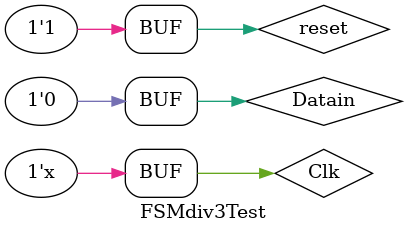
<source format=v>
`timescale 1ns / 1ps


module FSMdiv3Test;

	// Inputs
	reg Clk;
	reg reset;
	reg Datain;

	// Outputs
	wire REM;

	// Instantiate the Unit Under Test (UUT)
	FSMdiv3 uut (
		.Clk(Clk), 
		.reset(reset), 
		.Datain(Datain), 
		.REM(REM)
	);

		// Wait 100 ns for global reset to finish
		initial begin
		// Initialize Inputs
		reset = 1;
		Clk = 0;
		Datain = 0;

		// Wait 100 ns for global reset to finish
		#100;
        
		reset = 0;
		Datain = 1;
		#200
		Datain = 0;
		#40;
		Datain = 1;
		#20
	   reset = 1;
		#30
		Datain = 1;
		#40
		Datain = 0;
		// Add stimulus here

	end
	
	always begin
	#13
	Clk = ~Clk;
	end
        
		// Add stimulus here

      
endmodule


</source>
